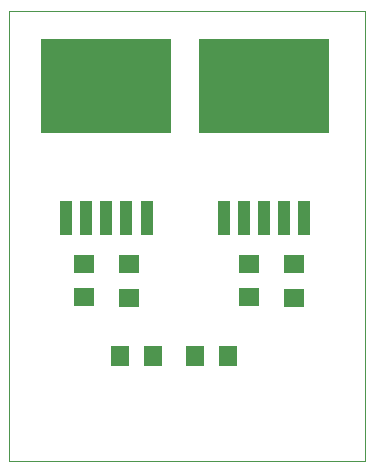
<source format=gtp>
G75*
%MOIN*%
%OFA0B0*%
%FSLAX24Y24*%
%IPPOS*%
%LPD*%
%AMOC8*
5,1,8,0,0,1.08239X$1,22.5*
%
%ADD10C,0.0000*%
%ADD11R,0.0394X0.1181*%
%ADD12R,0.4331X0.3150*%
%ADD13R,0.0710X0.0630*%
%ADD14R,0.0630X0.0710*%
%ADD15R,0.0709X0.0630*%
D10*
X000220Y000100D02*
X000220Y015096D01*
X012090Y015096D01*
X012090Y000100D01*
X000220Y000100D01*
D11*
X002131Y008200D03*
X002801Y008200D03*
X003470Y008200D03*
X004139Y008200D03*
X004809Y008200D03*
X007381Y008200D03*
X008051Y008200D03*
X008720Y008200D03*
X009389Y008200D03*
X010059Y008200D03*
D12*
X008720Y012600D03*
X003470Y012600D03*
D13*
X004220Y006660D03*
X004220Y005540D03*
X009720Y005540D03*
X009720Y006660D03*
D14*
X007530Y003600D03*
X006410Y003600D03*
X005030Y003600D03*
X003910Y003600D03*
D15*
X002720Y005549D03*
X002720Y006651D03*
X008220Y006651D03*
X008220Y005549D03*
M02*

</source>
